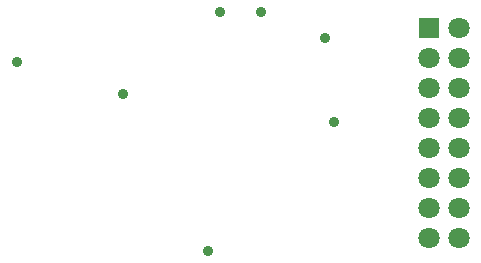
<source format=gbs>
%FSLAX25Y25*%
%MOIN*%
G70*
G01*
G75*
G04 Layer_Color=16711935*
%ADD10R,0.02165X0.03740*%
%ADD11R,0.04400X0.05700*%
%ADD12R,0.06890X0.05709*%
%ADD13O,0.02953X0.01181*%
%ADD14R,0.05700X0.04400*%
%ADD15R,0.03937X0.02756*%
%ADD16R,0.02600X0.03800*%
%ADD17R,0.05709X0.05709*%
%ADD18R,0.00984X0.01969*%
%ADD19R,0.01181X0.01969*%
%ADD20R,0.01969X0.00984*%
%ADD21R,0.01969X0.01181*%
%ADD22R,0.08465X0.06299*%
%ADD23O,0.00945X0.02362*%
%ADD24R,0.02200X0.02400*%
%ADD25R,0.17700X0.07100*%
%ADD26R,0.07100X0.14200*%
%ADD27R,0.02400X0.02200*%
%ADD28R,0.05906X0.05906*%
%ADD29R,0.05906X0.04724*%
%ADD30C,0.00800*%
%ADD31C,0.00787*%
%ADD32C,0.01969*%
%ADD33C,0.01181*%
%ADD34C,0.03937*%
%ADD35C,0.02378*%
%ADD36C,0.05906*%
%ADD37R,0.05906X0.05906*%
%ADD38C,0.00984*%
%ADD39C,0.00394*%
%ADD40C,0.00600*%
%ADD41C,0.01000*%
%ADD42R,0.03365X0.04940*%
%ADD43R,0.05600X0.06900*%
%ADD44R,0.08090X0.06909*%
%ADD45O,0.04153X0.02381*%
%ADD46R,0.06900X0.05600*%
%ADD47R,0.05137X0.03956*%
%ADD48R,0.03800X0.05000*%
%ADD49R,0.06909X0.06909*%
%ADD50R,0.02184X0.03169*%
%ADD51R,0.02381X0.03169*%
%ADD52R,0.03169X0.02184*%
%ADD53R,0.03169X0.02381*%
%ADD54R,0.08865X0.06699*%
%ADD55O,0.01345X0.02762*%
%ADD56R,0.03400X0.03600*%
%ADD57R,0.18900X0.08300*%
%ADD58R,0.08300X0.15400*%
%ADD59R,0.03600X0.03400*%
%ADD60R,0.07106X0.07106*%
%ADD61R,0.07106X0.05924*%
%ADD62C,0.03578*%
%ADD63C,0.07106*%
%ADD64R,0.07106X0.07106*%
D62*
X65588Y-35226D02*
D03*
X98068Y-7667D02*
D03*
X111848D02*
D03*
X94085Y-87589D02*
D03*
X135863Y-44478D02*
D03*
X133107Y-16525D02*
D03*
X30305Y-24597D02*
D03*
D63*
X177707Y-83179D02*
D03*
X167707D02*
D03*
X177707Y-73179D02*
D03*
X167707D02*
D03*
X177707Y-63179D02*
D03*
X167707D02*
D03*
X177707Y-53179D02*
D03*
X167707D02*
D03*
X177707Y-43179D02*
D03*
X167707D02*
D03*
X177707Y-33179D02*
D03*
X167707D02*
D03*
X177707Y-23179D02*
D03*
X167707D02*
D03*
X177707Y-13179D02*
D03*
D64*
X167707D02*
D03*
M02*

</source>
